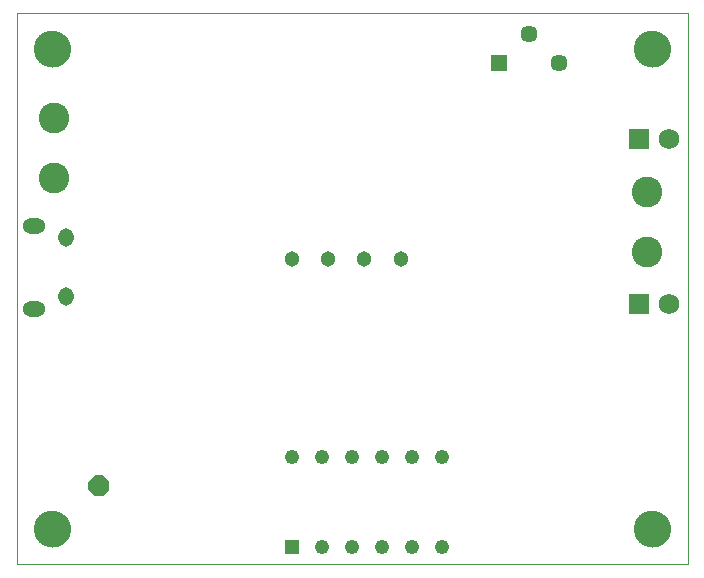
<source format=gbs>
G75*
%MOIN*%
%OFA0B0*%
%FSLAX25Y25*%
%IPPOS*%
%LPD*%
%AMOC8*
5,1,8,0,0,1.08239X$1,22.5*
%
%ADD10C,0.00000*%
%ADD11C,0.12211*%
%ADD12R,0.05715X0.05715*%
%ADD13C,0.05715*%
%ADD14C,0.10243*%
%ADD15R,0.04762X0.04762*%
%ADD16C,0.04762*%
%ADD17C,0.05124*%
%ADD18C,0.05156*%
%ADD19C,0.05400*%
%ADD20R,0.06900X0.06900*%
%ADD21C,0.06900*%
%ADD22OC8,0.07000*%
D10*
X0014800Y0001750D02*
X0014800Y0185372D01*
X0238422Y0185372D01*
X0238422Y0001750D01*
X0014800Y0001750D01*
X0020705Y0013561D02*
X0020707Y0013714D01*
X0020713Y0013868D01*
X0020723Y0014021D01*
X0020737Y0014173D01*
X0020755Y0014326D01*
X0020777Y0014477D01*
X0020802Y0014628D01*
X0020832Y0014779D01*
X0020866Y0014929D01*
X0020903Y0015077D01*
X0020944Y0015225D01*
X0020989Y0015371D01*
X0021038Y0015517D01*
X0021091Y0015661D01*
X0021147Y0015803D01*
X0021207Y0015944D01*
X0021271Y0016084D01*
X0021338Y0016222D01*
X0021409Y0016358D01*
X0021484Y0016492D01*
X0021561Y0016624D01*
X0021643Y0016754D01*
X0021727Y0016882D01*
X0021815Y0017008D01*
X0021906Y0017131D01*
X0022000Y0017252D01*
X0022098Y0017370D01*
X0022198Y0017486D01*
X0022302Y0017599D01*
X0022408Y0017710D01*
X0022517Y0017818D01*
X0022629Y0017923D01*
X0022743Y0018024D01*
X0022861Y0018123D01*
X0022980Y0018219D01*
X0023102Y0018312D01*
X0023227Y0018401D01*
X0023354Y0018488D01*
X0023483Y0018570D01*
X0023614Y0018650D01*
X0023747Y0018726D01*
X0023882Y0018799D01*
X0024019Y0018868D01*
X0024158Y0018933D01*
X0024298Y0018995D01*
X0024440Y0019053D01*
X0024583Y0019108D01*
X0024728Y0019159D01*
X0024874Y0019206D01*
X0025021Y0019249D01*
X0025169Y0019288D01*
X0025318Y0019324D01*
X0025468Y0019355D01*
X0025619Y0019383D01*
X0025770Y0019407D01*
X0025923Y0019427D01*
X0026075Y0019443D01*
X0026228Y0019455D01*
X0026381Y0019463D01*
X0026534Y0019467D01*
X0026688Y0019467D01*
X0026841Y0019463D01*
X0026994Y0019455D01*
X0027147Y0019443D01*
X0027299Y0019427D01*
X0027452Y0019407D01*
X0027603Y0019383D01*
X0027754Y0019355D01*
X0027904Y0019324D01*
X0028053Y0019288D01*
X0028201Y0019249D01*
X0028348Y0019206D01*
X0028494Y0019159D01*
X0028639Y0019108D01*
X0028782Y0019053D01*
X0028924Y0018995D01*
X0029064Y0018933D01*
X0029203Y0018868D01*
X0029340Y0018799D01*
X0029475Y0018726D01*
X0029608Y0018650D01*
X0029739Y0018570D01*
X0029868Y0018488D01*
X0029995Y0018401D01*
X0030120Y0018312D01*
X0030242Y0018219D01*
X0030361Y0018123D01*
X0030479Y0018024D01*
X0030593Y0017923D01*
X0030705Y0017818D01*
X0030814Y0017710D01*
X0030920Y0017599D01*
X0031024Y0017486D01*
X0031124Y0017370D01*
X0031222Y0017252D01*
X0031316Y0017131D01*
X0031407Y0017008D01*
X0031495Y0016882D01*
X0031579Y0016754D01*
X0031661Y0016624D01*
X0031738Y0016492D01*
X0031813Y0016358D01*
X0031884Y0016222D01*
X0031951Y0016084D01*
X0032015Y0015944D01*
X0032075Y0015803D01*
X0032131Y0015661D01*
X0032184Y0015517D01*
X0032233Y0015371D01*
X0032278Y0015225D01*
X0032319Y0015077D01*
X0032356Y0014929D01*
X0032390Y0014779D01*
X0032420Y0014628D01*
X0032445Y0014477D01*
X0032467Y0014326D01*
X0032485Y0014173D01*
X0032499Y0014021D01*
X0032509Y0013868D01*
X0032515Y0013714D01*
X0032517Y0013561D01*
X0032515Y0013408D01*
X0032509Y0013254D01*
X0032499Y0013101D01*
X0032485Y0012949D01*
X0032467Y0012796D01*
X0032445Y0012645D01*
X0032420Y0012494D01*
X0032390Y0012343D01*
X0032356Y0012193D01*
X0032319Y0012045D01*
X0032278Y0011897D01*
X0032233Y0011751D01*
X0032184Y0011605D01*
X0032131Y0011461D01*
X0032075Y0011319D01*
X0032015Y0011178D01*
X0031951Y0011038D01*
X0031884Y0010900D01*
X0031813Y0010764D01*
X0031738Y0010630D01*
X0031661Y0010498D01*
X0031579Y0010368D01*
X0031495Y0010240D01*
X0031407Y0010114D01*
X0031316Y0009991D01*
X0031222Y0009870D01*
X0031124Y0009752D01*
X0031024Y0009636D01*
X0030920Y0009523D01*
X0030814Y0009412D01*
X0030705Y0009304D01*
X0030593Y0009199D01*
X0030479Y0009098D01*
X0030361Y0008999D01*
X0030242Y0008903D01*
X0030120Y0008810D01*
X0029995Y0008721D01*
X0029868Y0008634D01*
X0029739Y0008552D01*
X0029608Y0008472D01*
X0029475Y0008396D01*
X0029340Y0008323D01*
X0029203Y0008254D01*
X0029064Y0008189D01*
X0028924Y0008127D01*
X0028782Y0008069D01*
X0028639Y0008014D01*
X0028494Y0007963D01*
X0028348Y0007916D01*
X0028201Y0007873D01*
X0028053Y0007834D01*
X0027904Y0007798D01*
X0027754Y0007767D01*
X0027603Y0007739D01*
X0027452Y0007715D01*
X0027299Y0007695D01*
X0027147Y0007679D01*
X0026994Y0007667D01*
X0026841Y0007659D01*
X0026688Y0007655D01*
X0026534Y0007655D01*
X0026381Y0007659D01*
X0026228Y0007667D01*
X0026075Y0007679D01*
X0025923Y0007695D01*
X0025770Y0007715D01*
X0025619Y0007739D01*
X0025468Y0007767D01*
X0025318Y0007798D01*
X0025169Y0007834D01*
X0025021Y0007873D01*
X0024874Y0007916D01*
X0024728Y0007963D01*
X0024583Y0008014D01*
X0024440Y0008069D01*
X0024298Y0008127D01*
X0024158Y0008189D01*
X0024019Y0008254D01*
X0023882Y0008323D01*
X0023747Y0008396D01*
X0023614Y0008472D01*
X0023483Y0008552D01*
X0023354Y0008634D01*
X0023227Y0008721D01*
X0023102Y0008810D01*
X0022980Y0008903D01*
X0022861Y0008999D01*
X0022743Y0009098D01*
X0022629Y0009199D01*
X0022517Y0009304D01*
X0022408Y0009412D01*
X0022302Y0009523D01*
X0022198Y0009636D01*
X0022098Y0009752D01*
X0022000Y0009870D01*
X0021906Y0009991D01*
X0021815Y0010114D01*
X0021727Y0010240D01*
X0021643Y0010368D01*
X0021561Y0010498D01*
X0021484Y0010630D01*
X0021409Y0010764D01*
X0021338Y0010900D01*
X0021271Y0011038D01*
X0021207Y0011178D01*
X0021147Y0011319D01*
X0021091Y0011461D01*
X0021038Y0011605D01*
X0020989Y0011751D01*
X0020944Y0011897D01*
X0020903Y0012045D01*
X0020866Y0012193D01*
X0020832Y0012343D01*
X0020802Y0012494D01*
X0020777Y0012645D01*
X0020755Y0012796D01*
X0020737Y0012949D01*
X0020723Y0013101D01*
X0020713Y0013254D01*
X0020707Y0013408D01*
X0020705Y0013561D01*
X0020705Y0173561D02*
X0020707Y0173714D01*
X0020713Y0173868D01*
X0020723Y0174021D01*
X0020737Y0174173D01*
X0020755Y0174326D01*
X0020777Y0174477D01*
X0020802Y0174628D01*
X0020832Y0174779D01*
X0020866Y0174929D01*
X0020903Y0175077D01*
X0020944Y0175225D01*
X0020989Y0175371D01*
X0021038Y0175517D01*
X0021091Y0175661D01*
X0021147Y0175803D01*
X0021207Y0175944D01*
X0021271Y0176084D01*
X0021338Y0176222D01*
X0021409Y0176358D01*
X0021484Y0176492D01*
X0021561Y0176624D01*
X0021643Y0176754D01*
X0021727Y0176882D01*
X0021815Y0177008D01*
X0021906Y0177131D01*
X0022000Y0177252D01*
X0022098Y0177370D01*
X0022198Y0177486D01*
X0022302Y0177599D01*
X0022408Y0177710D01*
X0022517Y0177818D01*
X0022629Y0177923D01*
X0022743Y0178024D01*
X0022861Y0178123D01*
X0022980Y0178219D01*
X0023102Y0178312D01*
X0023227Y0178401D01*
X0023354Y0178488D01*
X0023483Y0178570D01*
X0023614Y0178650D01*
X0023747Y0178726D01*
X0023882Y0178799D01*
X0024019Y0178868D01*
X0024158Y0178933D01*
X0024298Y0178995D01*
X0024440Y0179053D01*
X0024583Y0179108D01*
X0024728Y0179159D01*
X0024874Y0179206D01*
X0025021Y0179249D01*
X0025169Y0179288D01*
X0025318Y0179324D01*
X0025468Y0179355D01*
X0025619Y0179383D01*
X0025770Y0179407D01*
X0025923Y0179427D01*
X0026075Y0179443D01*
X0026228Y0179455D01*
X0026381Y0179463D01*
X0026534Y0179467D01*
X0026688Y0179467D01*
X0026841Y0179463D01*
X0026994Y0179455D01*
X0027147Y0179443D01*
X0027299Y0179427D01*
X0027452Y0179407D01*
X0027603Y0179383D01*
X0027754Y0179355D01*
X0027904Y0179324D01*
X0028053Y0179288D01*
X0028201Y0179249D01*
X0028348Y0179206D01*
X0028494Y0179159D01*
X0028639Y0179108D01*
X0028782Y0179053D01*
X0028924Y0178995D01*
X0029064Y0178933D01*
X0029203Y0178868D01*
X0029340Y0178799D01*
X0029475Y0178726D01*
X0029608Y0178650D01*
X0029739Y0178570D01*
X0029868Y0178488D01*
X0029995Y0178401D01*
X0030120Y0178312D01*
X0030242Y0178219D01*
X0030361Y0178123D01*
X0030479Y0178024D01*
X0030593Y0177923D01*
X0030705Y0177818D01*
X0030814Y0177710D01*
X0030920Y0177599D01*
X0031024Y0177486D01*
X0031124Y0177370D01*
X0031222Y0177252D01*
X0031316Y0177131D01*
X0031407Y0177008D01*
X0031495Y0176882D01*
X0031579Y0176754D01*
X0031661Y0176624D01*
X0031738Y0176492D01*
X0031813Y0176358D01*
X0031884Y0176222D01*
X0031951Y0176084D01*
X0032015Y0175944D01*
X0032075Y0175803D01*
X0032131Y0175661D01*
X0032184Y0175517D01*
X0032233Y0175371D01*
X0032278Y0175225D01*
X0032319Y0175077D01*
X0032356Y0174929D01*
X0032390Y0174779D01*
X0032420Y0174628D01*
X0032445Y0174477D01*
X0032467Y0174326D01*
X0032485Y0174173D01*
X0032499Y0174021D01*
X0032509Y0173868D01*
X0032515Y0173714D01*
X0032517Y0173561D01*
X0032515Y0173408D01*
X0032509Y0173254D01*
X0032499Y0173101D01*
X0032485Y0172949D01*
X0032467Y0172796D01*
X0032445Y0172645D01*
X0032420Y0172494D01*
X0032390Y0172343D01*
X0032356Y0172193D01*
X0032319Y0172045D01*
X0032278Y0171897D01*
X0032233Y0171751D01*
X0032184Y0171605D01*
X0032131Y0171461D01*
X0032075Y0171319D01*
X0032015Y0171178D01*
X0031951Y0171038D01*
X0031884Y0170900D01*
X0031813Y0170764D01*
X0031738Y0170630D01*
X0031661Y0170498D01*
X0031579Y0170368D01*
X0031495Y0170240D01*
X0031407Y0170114D01*
X0031316Y0169991D01*
X0031222Y0169870D01*
X0031124Y0169752D01*
X0031024Y0169636D01*
X0030920Y0169523D01*
X0030814Y0169412D01*
X0030705Y0169304D01*
X0030593Y0169199D01*
X0030479Y0169098D01*
X0030361Y0168999D01*
X0030242Y0168903D01*
X0030120Y0168810D01*
X0029995Y0168721D01*
X0029868Y0168634D01*
X0029739Y0168552D01*
X0029608Y0168472D01*
X0029475Y0168396D01*
X0029340Y0168323D01*
X0029203Y0168254D01*
X0029064Y0168189D01*
X0028924Y0168127D01*
X0028782Y0168069D01*
X0028639Y0168014D01*
X0028494Y0167963D01*
X0028348Y0167916D01*
X0028201Y0167873D01*
X0028053Y0167834D01*
X0027904Y0167798D01*
X0027754Y0167767D01*
X0027603Y0167739D01*
X0027452Y0167715D01*
X0027299Y0167695D01*
X0027147Y0167679D01*
X0026994Y0167667D01*
X0026841Y0167659D01*
X0026688Y0167655D01*
X0026534Y0167655D01*
X0026381Y0167659D01*
X0026228Y0167667D01*
X0026075Y0167679D01*
X0025923Y0167695D01*
X0025770Y0167715D01*
X0025619Y0167739D01*
X0025468Y0167767D01*
X0025318Y0167798D01*
X0025169Y0167834D01*
X0025021Y0167873D01*
X0024874Y0167916D01*
X0024728Y0167963D01*
X0024583Y0168014D01*
X0024440Y0168069D01*
X0024298Y0168127D01*
X0024158Y0168189D01*
X0024019Y0168254D01*
X0023882Y0168323D01*
X0023747Y0168396D01*
X0023614Y0168472D01*
X0023483Y0168552D01*
X0023354Y0168634D01*
X0023227Y0168721D01*
X0023102Y0168810D01*
X0022980Y0168903D01*
X0022861Y0168999D01*
X0022743Y0169098D01*
X0022629Y0169199D01*
X0022517Y0169304D01*
X0022408Y0169412D01*
X0022302Y0169523D01*
X0022198Y0169636D01*
X0022098Y0169752D01*
X0022000Y0169870D01*
X0021906Y0169991D01*
X0021815Y0170114D01*
X0021727Y0170240D01*
X0021643Y0170368D01*
X0021561Y0170498D01*
X0021484Y0170630D01*
X0021409Y0170764D01*
X0021338Y0170900D01*
X0021271Y0171038D01*
X0021207Y0171178D01*
X0021147Y0171319D01*
X0021091Y0171461D01*
X0021038Y0171605D01*
X0020989Y0171751D01*
X0020944Y0171897D01*
X0020903Y0172045D01*
X0020866Y0172193D01*
X0020832Y0172343D01*
X0020802Y0172494D01*
X0020777Y0172645D01*
X0020755Y0172796D01*
X0020737Y0172949D01*
X0020723Y0173101D01*
X0020713Y0173254D01*
X0020707Y0173408D01*
X0020705Y0173561D01*
X0220705Y0173561D02*
X0220707Y0173714D01*
X0220713Y0173868D01*
X0220723Y0174021D01*
X0220737Y0174173D01*
X0220755Y0174326D01*
X0220777Y0174477D01*
X0220802Y0174628D01*
X0220832Y0174779D01*
X0220866Y0174929D01*
X0220903Y0175077D01*
X0220944Y0175225D01*
X0220989Y0175371D01*
X0221038Y0175517D01*
X0221091Y0175661D01*
X0221147Y0175803D01*
X0221207Y0175944D01*
X0221271Y0176084D01*
X0221338Y0176222D01*
X0221409Y0176358D01*
X0221484Y0176492D01*
X0221561Y0176624D01*
X0221643Y0176754D01*
X0221727Y0176882D01*
X0221815Y0177008D01*
X0221906Y0177131D01*
X0222000Y0177252D01*
X0222098Y0177370D01*
X0222198Y0177486D01*
X0222302Y0177599D01*
X0222408Y0177710D01*
X0222517Y0177818D01*
X0222629Y0177923D01*
X0222743Y0178024D01*
X0222861Y0178123D01*
X0222980Y0178219D01*
X0223102Y0178312D01*
X0223227Y0178401D01*
X0223354Y0178488D01*
X0223483Y0178570D01*
X0223614Y0178650D01*
X0223747Y0178726D01*
X0223882Y0178799D01*
X0224019Y0178868D01*
X0224158Y0178933D01*
X0224298Y0178995D01*
X0224440Y0179053D01*
X0224583Y0179108D01*
X0224728Y0179159D01*
X0224874Y0179206D01*
X0225021Y0179249D01*
X0225169Y0179288D01*
X0225318Y0179324D01*
X0225468Y0179355D01*
X0225619Y0179383D01*
X0225770Y0179407D01*
X0225923Y0179427D01*
X0226075Y0179443D01*
X0226228Y0179455D01*
X0226381Y0179463D01*
X0226534Y0179467D01*
X0226688Y0179467D01*
X0226841Y0179463D01*
X0226994Y0179455D01*
X0227147Y0179443D01*
X0227299Y0179427D01*
X0227452Y0179407D01*
X0227603Y0179383D01*
X0227754Y0179355D01*
X0227904Y0179324D01*
X0228053Y0179288D01*
X0228201Y0179249D01*
X0228348Y0179206D01*
X0228494Y0179159D01*
X0228639Y0179108D01*
X0228782Y0179053D01*
X0228924Y0178995D01*
X0229064Y0178933D01*
X0229203Y0178868D01*
X0229340Y0178799D01*
X0229475Y0178726D01*
X0229608Y0178650D01*
X0229739Y0178570D01*
X0229868Y0178488D01*
X0229995Y0178401D01*
X0230120Y0178312D01*
X0230242Y0178219D01*
X0230361Y0178123D01*
X0230479Y0178024D01*
X0230593Y0177923D01*
X0230705Y0177818D01*
X0230814Y0177710D01*
X0230920Y0177599D01*
X0231024Y0177486D01*
X0231124Y0177370D01*
X0231222Y0177252D01*
X0231316Y0177131D01*
X0231407Y0177008D01*
X0231495Y0176882D01*
X0231579Y0176754D01*
X0231661Y0176624D01*
X0231738Y0176492D01*
X0231813Y0176358D01*
X0231884Y0176222D01*
X0231951Y0176084D01*
X0232015Y0175944D01*
X0232075Y0175803D01*
X0232131Y0175661D01*
X0232184Y0175517D01*
X0232233Y0175371D01*
X0232278Y0175225D01*
X0232319Y0175077D01*
X0232356Y0174929D01*
X0232390Y0174779D01*
X0232420Y0174628D01*
X0232445Y0174477D01*
X0232467Y0174326D01*
X0232485Y0174173D01*
X0232499Y0174021D01*
X0232509Y0173868D01*
X0232515Y0173714D01*
X0232517Y0173561D01*
X0232515Y0173408D01*
X0232509Y0173254D01*
X0232499Y0173101D01*
X0232485Y0172949D01*
X0232467Y0172796D01*
X0232445Y0172645D01*
X0232420Y0172494D01*
X0232390Y0172343D01*
X0232356Y0172193D01*
X0232319Y0172045D01*
X0232278Y0171897D01*
X0232233Y0171751D01*
X0232184Y0171605D01*
X0232131Y0171461D01*
X0232075Y0171319D01*
X0232015Y0171178D01*
X0231951Y0171038D01*
X0231884Y0170900D01*
X0231813Y0170764D01*
X0231738Y0170630D01*
X0231661Y0170498D01*
X0231579Y0170368D01*
X0231495Y0170240D01*
X0231407Y0170114D01*
X0231316Y0169991D01*
X0231222Y0169870D01*
X0231124Y0169752D01*
X0231024Y0169636D01*
X0230920Y0169523D01*
X0230814Y0169412D01*
X0230705Y0169304D01*
X0230593Y0169199D01*
X0230479Y0169098D01*
X0230361Y0168999D01*
X0230242Y0168903D01*
X0230120Y0168810D01*
X0229995Y0168721D01*
X0229868Y0168634D01*
X0229739Y0168552D01*
X0229608Y0168472D01*
X0229475Y0168396D01*
X0229340Y0168323D01*
X0229203Y0168254D01*
X0229064Y0168189D01*
X0228924Y0168127D01*
X0228782Y0168069D01*
X0228639Y0168014D01*
X0228494Y0167963D01*
X0228348Y0167916D01*
X0228201Y0167873D01*
X0228053Y0167834D01*
X0227904Y0167798D01*
X0227754Y0167767D01*
X0227603Y0167739D01*
X0227452Y0167715D01*
X0227299Y0167695D01*
X0227147Y0167679D01*
X0226994Y0167667D01*
X0226841Y0167659D01*
X0226688Y0167655D01*
X0226534Y0167655D01*
X0226381Y0167659D01*
X0226228Y0167667D01*
X0226075Y0167679D01*
X0225923Y0167695D01*
X0225770Y0167715D01*
X0225619Y0167739D01*
X0225468Y0167767D01*
X0225318Y0167798D01*
X0225169Y0167834D01*
X0225021Y0167873D01*
X0224874Y0167916D01*
X0224728Y0167963D01*
X0224583Y0168014D01*
X0224440Y0168069D01*
X0224298Y0168127D01*
X0224158Y0168189D01*
X0224019Y0168254D01*
X0223882Y0168323D01*
X0223747Y0168396D01*
X0223614Y0168472D01*
X0223483Y0168552D01*
X0223354Y0168634D01*
X0223227Y0168721D01*
X0223102Y0168810D01*
X0222980Y0168903D01*
X0222861Y0168999D01*
X0222743Y0169098D01*
X0222629Y0169199D01*
X0222517Y0169304D01*
X0222408Y0169412D01*
X0222302Y0169523D01*
X0222198Y0169636D01*
X0222098Y0169752D01*
X0222000Y0169870D01*
X0221906Y0169991D01*
X0221815Y0170114D01*
X0221727Y0170240D01*
X0221643Y0170368D01*
X0221561Y0170498D01*
X0221484Y0170630D01*
X0221409Y0170764D01*
X0221338Y0170900D01*
X0221271Y0171038D01*
X0221207Y0171178D01*
X0221147Y0171319D01*
X0221091Y0171461D01*
X0221038Y0171605D01*
X0220989Y0171751D01*
X0220944Y0171897D01*
X0220903Y0172045D01*
X0220866Y0172193D01*
X0220832Y0172343D01*
X0220802Y0172494D01*
X0220777Y0172645D01*
X0220755Y0172796D01*
X0220737Y0172949D01*
X0220723Y0173101D01*
X0220713Y0173254D01*
X0220707Y0173408D01*
X0220705Y0173561D01*
X0220705Y0013561D02*
X0220707Y0013714D01*
X0220713Y0013868D01*
X0220723Y0014021D01*
X0220737Y0014173D01*
X0220755Y0014326D01*
X0220777Y0014477D01*
X0220802Y0014628D01*
X0220832Y0014779D01*
X0220866Y0014929D01*
X0220903Y0015077D01*
X0220944Y0015225D01*
X0220989Y0015371D01*
X0221038Y0015517D01*
X0221091Y0015661D01*
X0221147Y0015803D01*
X0221207Y0015944D01*
X0221271Y0016084D01*
X0221338Y0016222D01*
X0221409Y0016358D01*
X0221484Y0016492D01*
X0221561Y0016624D01*
X0221643Y0016754D01*
X0221727Y0016882D01*
X0221815Y0017008D01*
X0221906Y0017131D01*
X0222000Y0017252D01*
X0222098Y0017370D01*
X0222198Y0017486D01*
X0222302Y0017599D01*
X0222408Y0017710D01*
X0222517Y0017818D01*
X0222629Y0017923D01*
X0222743Y0018024D01*
X0222861Y0018123D01*
X0222980Y0018219D01*
X0223102Y0018312D01*
X0223227Y0018401D01*
X0223354Y0018488D01*
X0223483Y0018570D01*
X0223614Y0018650D01*
X0223747Y0018726D01*
X0223882Y0018799D01*
X0224019Y0018868D01*
X0224158Y0018933D01*
X0224298Y0018995D01*
X0224440Y0019053D01*
X0224583Y0019108D01*
X0224728Y0019159D01*
X0224874Y0019206D01*
X0225021Y0019249D01*
X0225169Y0019288D01*
X0225318Y0019324D01*
X0225468Y0019355D01*
X0225619Y0019383D01*
X0225770Y0019407D01*
X0225923Y0019427D01*
X0226075Y0019443D01*
X0226228Y0019455D01*
X0226381Y0019463D01*
X0226534Y0019467D01*
X0226688Y0019467D01*
X0226841Y0019463D01*
X0226994Y0019455D01*
X0227147Y0019443D01*
X0227299Y0019427D01*
X0227452Y0019407D01*
X0227603Y0019383D01*
X0227754Y0019355D01*
X0227904Y0019324D01*
X0228053Y0019288D01*
X0228201Y0019249D01*
X0228348Y0019206D01*
X0228494Y0019159D01*
X0228639Y0019108D01*
X0228782Y0019053D01*
X0228924Y0018995D01*
X0229064Y0018933D01*
X0229203Y0018868D01*
X0229340Y0018799D01*
X0229475Y0018726D01*
X0229608Y0018650D01*
X0229739Y0018570D01*
X0229868Y0018488D01*
X0229995Y0018401D01*
X0230120Y0018312D01*
X0230242Y0018219D01*
X0230361Y0018123D01*
X0230479Y0018024D01*
X0230593Y0017923D01*
X0230705Y0017818D01*
X0230814Y0017710D01*
X0230920Y0017599D01*
X0231024Y0017486D01*
X0231124Y0017370D01*
X0231222Y0017252D01*
X0231316Y0017131D01*
X0231407Y0017008D01*
X0231495Y0016882D01*
X0231579Y0016754D01*
X0231661Y0016624D01*
X0231738Y0016492D01*
X0231813Y0016358D01*
X0231884Y0016222D01*
X0231951Y0016084D01*
X0232015Y0015944D01*
X0232075Y0015803D01*
X0232131Y0015661D01*
X0232184Y0015517D01*
X0232233Y0015371D01*
X0232278Y0015225D01*
X0232319Y0015077D01*
X0232356Y0014929D01*
X0232390Y0014779D01*
X0232420Y0014628D01*
X0232445Y0014477D01*
X0232467Y0014326D01*
X0232485Y0014173D01*
X0232499Y0014021D01*
X0232509Y0013868D01*
X0232515Y0013714D01*
X0232517Y0013561D01*
X0232515Y0013408D01*
X0232509Y0013254D01*
X0232499Y0013101D01*
X0232485Y0012949D01*
X0232467Y0012796D01*
X0232445Y0012645D01*
X0232420Y0012494D01*
X0232390Y0012343D01*
X0232356Y0012193D01*
X0232319Y0012045D01*
X0232278Y0011897D01*
X0232233Y0011751D01*
X0232184Y0011605D01*
X0232131Y0011461D01*
X0232075Y0011319D01*
X0232015Y0011178D01*
X0231951Y0011038D01*
X0231884Y0010900D01*
X0231813Y0010764D01*
X0231738Y0010630D01*
X0231661Y0010498D01*
X0231579Y0010368D01*
X0231495Y0010240D01*
X0231407Y0010114D01*
X0231316Y0009991D01*
X0231222Y0009870D01*
X0231124Y0009752D01*
X0231024Y0009636D01*
X0230920Y0009523D01*
X0230814Y0009412D01*
X0230705Y0009304D01*
X0230593Y0009199D01*
X0230479Y0009098D01*
X0230361Y0008999D01*
X0230242Y0008903D01*
X0230120Y0008810D01*
X0229995Y0008721D01*
X0229868Y0008634D01*
X0229739Y0008552D01*
X0229608Y0008472D01*
X0229475Y0008396D01*
X0229340Y0008323D01*
X0229203Y0008254D01*
X0229064Y0008189D01*
X0228924Y0008127D01*
X0228782Y0008069D01*
X0228639Y0008014D01*
X0228494Y0007963D01*
X0228348Y0007916D01*
X0228201Y0007873D01*
X0228053Y0007834D01*
X0227904Y0007798D01*
X0227754Y0007767D01*
X0227603Y0007739D01*
X0227452Y0007715D01*
X0227299Y0007695D01*
X0227147Y0007679D01*
X0226994Y0007667D01*
X0226841Y0007659D01*
X0226688Y0007655D01*
X0226534Y0007655D01*
X0226381Y0007659D01*
X0226228Y0007667D01*
X0226075Y0007679D01*
X0225923Y0007695D01*
X0225770Y0007715D01*
X0225619Y0007739D01*
X0225468Y0007767D01*
X0225318Y0007798D01*
X0225169Y0007834D01*
X0225021Y0007873D01*
X0224874Y0007916D01*
X0224728Y0007963D01*
X0224583Y0008014D01*
X0224440Y0008069D01*
X0224298Y0008127D01*
X0224158Y0008189D01*
X0224019Y0008254D01*
X0223882Y0008323D01*
X0223747Y0008396D01*
X0223614Y0008472D01*
X0223483Y0008552D01*
X0223354Y0008634D01*
X0223227Y0008721D01*
X0223102Y0008810D01*
X0222980Y0008903D01*
X0222861Y0008999D01*
X0222743Y0009098D01*
X0222629Y0009199D01*
X0222517Y0009304D01*
X0222408Y0009412D01*
X0222302Y0009523D01*
X0222198Y0009636D01*
X0222098Y0009752D01*
X0222000Y0009870D01*
X0221906Y0009991D01*
X0221815Y0010114D01*
X0221727Y0010240D01*
X0221643Y0010368D01*
X0221561Y0010498D01*
X0221484Y0010630D01*
X0221409Y0010764D01*
X0221338Y0010900D01*
X0221271Y0011038D01*
X0221207Y0011178D01*
X0221147Y0011319D01*
X0221091Y0011461D01*
X0221038Y0011605D01*
X0220989Y0011751D01*
X0220944Y0011897D01*
X0220903Y0012045D01*
X0220866Y0012193D01*
X0220832Y0012343D01*
X0220802Y0012494D01*
X0220777Y0012645D01*
X0220755Y0012796D01*
X0220737Y0012949D01*
X0220723Y0013101D01*
X0220713Y0013254D01*
X0220707Y0013408D01*
X0220705Y0013561D01*
D11*
X0226611Y0013561D03*
X0026611Y0013561D03*
X0026611Y0173561D03*
X0226611Y0173561D03*
D12*
X0175585Y0168763D03*
D13*
X0185585Y0178606D03*
X0195585Y0168763D03*
D14*
X0224847Y0125923D03*
X0224847Y0105923D03*
X0027200Y0130350D03*
X0027200Y0150350D03*
D15*
X0106506Y0007356D03*
D16*
X0116506Y0007356D03*
X0126506Y0007356D03*
X0136506Y0007356D03*
X0146506Y0007356D03*
X0156506Y0007356D03*
X0156506Y0037356D03*
X0146506Y0037356D03*
X0136506Y0037356D03*
X0126506Y0037356D03*
X0116506Y0037356D03*
X0106506Y0037356D03*
D17*
X0106391Y0103499D03*
X0118517Y0103499D03*
X0130643Y0103499D03*
X0142769Y0103499D03*
D18*
X0031100Y0110050D03*
X0031100Y0110550D03*
X0031100Y0111050D03*
X0031100Y0091450D03*
X0031100Y0091050D03*
X0031100Y0090450D03*
D19*
X0021500Y0086950D03*
X0020500Y0086950D03*
X0019500Y0086950D03*
X0019500Y0114550D03*
X0020400Y0114550D03*
X0021500Y0114550D03*
D20*
X0222054Y0088364D03*
X0222054Y0143482D03*
D21*
X0232054Y0143482D03*
X0232054Y0088364D03*
D22*
X0042300Y0027750D03*
M02*

</source>
